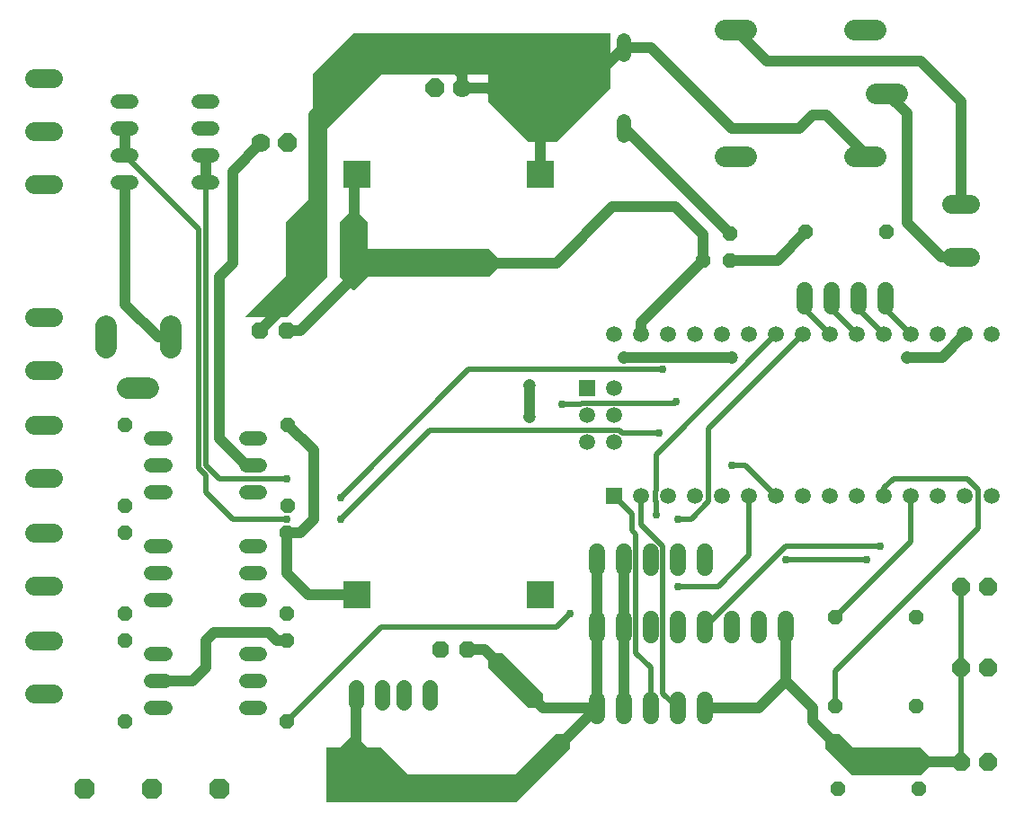
<source format=gbr>
G04 EAGLE Gerber X2 export*
%TF.Part,Single*%
%TF.FileFunction,Copper,L1,Top,Mixed*%
%TF.FilePolarity,Positive*%
%TF.GenerationSoftware,Autodesk,EAGLE,8.7.0*%
%TF.CreationDate,2018-11-07T22:53:50Z*%
G75*
%MOMM*%
%FSLAX34Y34*%
%LPD*%
%AMOC8*
5,1,8,0,0,1.08239X$1,22.5*%
G01*
%ADD10P,2.089446X8X112.500000*%
%ADD11C,1.790700*%
%ADD12P,1.924489X8X22.500000*%
%ADD13C,1.778000*%
%ADD14P,1.732040X8X202.500000*%
%ADD15P,1.924489X8X202.500000*%
%ADD16P,1.732040X8X22.500000*%
%ADD17C,1.320800*%
%ADD18C,1.981200*%
%ADD19P,1.814519X8X202.500000*%
%ADD20R,1.508000X1.508000*%
%ADD21C,1.508000*%
%ADD22P,1.429621X8X112.500000*%
%ADD23P,1.429621X8X202.500000*%
%ADD24P,1.429621X8X292.500000*%
%ADD25P,1.429621X8X22.500000*%
%ADD26R,2.500000X2.500000*%
%ADD27C,1.458000*%
%ADD28C,2.000000*%
%ADD29C,1.524000*%
%ADD30C,1.016000*%
%ADD31C,0.508000*%
%ADD32C,0.756400*%
%ADD33C,1.206400*%

G36*
X342826Y736963D02*
X342826Y736963D01*
X342751Y736950D01*
X342741Y736943D01*
X342731Y736941D01*
X342702Y736917D01*
X342631Y736869D01*
X304531Y698769D01*
X304491Y698704D01*
X304447Y698642D01*
X304445Y698630D01*
X304440Y698622D01*
X304436Y698585D01*
X304420Y698500D01*
X304420Y584358D01*
X279131Y559069D01*
X279091Y559004D01*
X279047Y558942D01*
X279045Y558930D01*
X279040Y558922D01*
X279036Y558885D01*
X279020Y558800D01*
X279020Y508158D01*
X241031Y470169D01*
X241018Y470147D01*
X240998Y470131D01*
X240972Y470074D01*
X240940Y470022D01*
X240937Y469996D01*
X240927Y469972D01*
X240929Y469911D01*
X240923Y469849D01*
X240932Y469825D01*
X240933Y469799D01*
X240963Y469745D01*
X240985Y469687D01*
X241004Y469670D01*
X241016Y469647D01*
X241067Y469612D01*
X241112Y469570D01*
X241137Y469562D01*
X241158Y469547D01*
X241242Y469531D01*
X241278Y469520D01*
X241288Y469522D01*
X241300Y469520D01*
X279400Y469520D01*
X279474Y469537D01*
X279549Y469550D01*
X279559Y469557D01*
X279569Y469559D01*
X279598Y469583D01*
X279669Y469631D01*
X317769Y507731D01*
X317809Y507796D01*
X317853Y507858D01*
X317855Y507870D01*
X317860Y507878D01*
X317864Y507915D01*
X317880Y508000D01*
X317880Y647543D01*
X368458Y698120D01*
X469520Y698120D01*
X469520Y673100D01*
X469537Y673026D01*
X469550Y672951D01*
X469557Y672941D01*
X469559Y672931D01*
X469583Y672902D01*
X469631Y672831D01*
X507731Y634731D01*
X507796Y634691D01*
X507858Y634647D01*
X507870Y634645D01*
X507878Y634640D01*
X507915Y634636D01*
X508000Y634620D01*
X533400Y634620D01*
X533474Y634637D01*
X533549Y634650D01*
X533559Y634657D01*
X533569Y634659D01*
X533598Y634683D01*
X533669Y634731D01*
X584469Y685531D01*
X584509Y685596D01*
X584553Y685658D01*
X584555Y685670D01*
X584560Y685678D01*
X584564Y685715D01*
X584580Y685800D01*
X584580Y736600D01*
X584569Y736650D01*
X584567Y736701D01*
X584549Y736733D01*
X584541Y736769D01*
X584508Y736808D01*
X584484Y736853D01*
X584454Y736874D01*
X584431Y736902D01*
X584384Y736923D01*
X584342Y736953D01*
X584300Y736961D01*
X584272Y736973D01*
X584242Y736972D01*
X584200Y736980D01*
X342900Y736980D01*
X342826Y736963D01*
G37*
G36*
X495374Y12337D02*
X495374Y12337D01*
X495449Y12350D01*
X495459Y12357D01*
X495469Y12359D01*
X495498Y12383D01*
X495569Y12431D01*
X546369Y63231D01*
X546409Y63296D01*
X546453Y63358D01*
X546455Y63370D01*
X546460Y63378D01*
X546464Y63415D01*
X546480Y63500D01*
X546480Y76200D01*
X546469Y76250D01*
X546467Y76301D01*
X546449Y76333D01*
X546441Y76369D01*
X546408Y76408D01*
X546384Y76453D01*
X546354Y76474D01*
X546331Y76502D01*
X546284Y76523D01*
X546242Y76553D01*
X546200Y76561D01*
X546172Y76573D01*
X546142Y76572D01*
X546100Y76580D01*
X533400Y76580D01*
X533326Y76563D01*
X533251Y76550D01*
X533241Y76543D01*
X533231Y76541D01*
X533202Y76517D01*
X533131Y76469D01*
X495143Y38480D01*
X393858Y38480D01*
X368569Y63769D01*
X368504Y63809D01*
X368442Y63853D01*
X368430Y63855D01*
X368422Y63860D01*
X368385Y63864D01*
X368300Y63880D01*
X355758Y63880D01*
X343169Y76469D01*
X343126Y76496D01*
X343088Y76530D01*
X343053Y76541D01*
X343022Y76560D01*
X342971Y76565D01*
X342922Y76580D01*
X342886Y76573D01*
X342849Y76577D01*
X342802Y76559D01*
X342751Y76550D01*
X342716Y76526D01*
X342687Y76515D01*
X342666Y76493D01*
X342631Y76469D01*
X330043Y63880D01*
X317500Y63880D01*
X317450Y63869D01*
X317399Y63867D01*
X317367Y63849D01*
X317331Y63841D01*
X317292Y63808D01*
X317247Y63784D01*
X317226Y63754D01*
X317198Y63731D01*
X317177Y63684D01*
X317147Y63642D01*
X317139Y63600D01*
X317127Y63572D01*
X317128Y63542D01*
X317120Y63500D01*
X317120Y12700D01*
X317131Y12650D01*
X317133Y12599D01*
X317151Y12567D01*
X317159Y12531D01*
X317192Y12492D01*
X317216Y12447D01*
X317246Y12426D01*
X317269Y12398D01*
X317316Y12377D01*
X317358Y12347D01*
X317400Y12339D01*
X317428Y12327D01*
X317458Y12328D01*
X317500Y12320D01*
X495300Y12320D01*
X495374Y12337D01*
G37*
G36*
X342914Y494927D02*
X342914Y494927D01*
X342951Y494923D01*
X342999Y494941D01*
X343049Y494950D01*
X343084Y494974D01*
X343113Y494985D01*
X343134Y495007D01*
X343169Y495031D01*
X355758Y507620D01*
X469900Y507620D01*
X469974Y507637D01*
X470049Y507650D01*
X470059Y507657D01*
X470069Y507659D01*
X470098Y507683D01*
X470169Y507731D01*
X482869Y520431D01*
X482896Y520474D01*
X482930Y520512D01*
X482941Y520547D01*
X482960Y520578D01*
X482965Y520629D01*
X482980Y520678D01*
X482973Y520714D01*
X482977Y520751D01*
X482959Y520799D01*
X482950Y520849D01*
X482926Y520884D01*
X482915Y520913D01*
X482893Y520934D01*
X482869Y520969D01*
X470169Y533669D01*
X470104Y533709D01*
X470042Y533753D01*
X470030Y533755D01*
X470022Y533760D01*
X469985Y533764D01*
X469900Y533780D01*
X355980Y533780D01*
X355980Y558800D01*
X355967Y558858D01*
X355965Y558902D01*
X355955Y558921D01*
X355950Y558949D01*
X355943Y558959D01*
X355941Y558969D01*
X355917Y558998D01*
X355898Y559026D01*
X355882Y559055D01*
X355875Y559060D01*
X355869Y559069D01*
X343169Y571769D01*
X343126Y571796D01*
X343088Y571830D01*
X343053Y571841D01*
X343022Y571860D01*
X342971Y571865D01*
X342922Y571880D01*
X342886Y571873D01*
X342849Y571877D01*
X342802Y571859D01*
X342751Y571850D01*
X342716Y571826D01*
X342687Y571815D01*
X342666Y571793D01*
X342631Y571769D01*
X329931Y559069D01*
X329918Y559048D01*
X329899Y559032D01*
X329879Y558988D01*
X329847Y558942D01*
X329845Y558930D01*
X329840Y558922D01*
X329837Y558893D01*
X329828Y558874D01*
X329829Y558850D01*
X329820Y558800D01*
X329820Y508000D01*
X329837Y507926D01*
X329850Y507851D01*
X329857Y507841D01*
X329859Y507831D01*
X329883Y507802D01*
X329931Y507731D01*
X342631Y495031D01*
X342674Y495004D01*
X342712Y494970D01*
X342747Y494959D01*
X342778Y494940D01*
X342829Y494935D01*
X342878Y494920D01*
X342914Y494927D01*
G37*
G36*
X876374Y37737D02*
X876374Y37737D01*
X876449Y37750D01*
X876459Y37757D01*
X876469Y37759D01*
X876498Y37783D01*
X876569Y37831D01*
X889269Y50531D01*
X889296Y50574D01*
X889330Y50612D01*
X889341Y50647D01*
X889360Y50678D01*
X889365Y50729D01*
X889380Y50778D01*
X889373Y50814D01*
X889377Y50851D01*
X889359Y50899D01*
X889350Y50949D01*
X889326Y50984D01*
X889315Y51013D01*
X889293Y51034D01*
X889269Y51069D01*
X876569Y63769D01*
X876504Y63809D01*
X876442Y63853D01*
X876430Y63855D01*
X876422Y63860D01*
X876385Y63864D01*
X876300Y63880D01*
X812958Y63880D01*
X800369Y76469D01*
X800304Y76509D01*
X800242Y76553D01*
X800230Y76555D01*
X800222Y76560D01*
X800185Y76564D01*
X800100Y76580D01*
X787400Y76580D01*
X787350Y76569D01*
X787299Y76567D01*
X787267Y76549D01*
X787231Y76541D01*
X787192Y76508D01*
X787147Y76484D01*
X787126Y76454D01*
X787098Y76431D01*
X787077Y76384D01*
X787047Y76342D01*
X787039Y76300D01*
X787027Y76272D01*
X787028Y76242D01*
X787020Y76200D01*
X787020Y63500D01*
X787037Y63426D01*
X787050Y63351D01*
X787057Y63341D01*
X787059Y63331D01*
X787083Y63302D01*
X787131Y63231D01*
X812531Y37831D01*
X812596Y37791D01*
X812658Y37747D01*
X812670Y37745D01*
X812678Y37740D01*
X812715Y37736D01*
X812800Y37720D01*
X876300Y37720D01*
X876374Y37737D01*
G37*
G36*
X520750Y101231D02*
X520750Y101231D01*
X520801Y101233D01*
X520833Y101251D01*
X520869Y101259D01*
X520908Y101292D01*
X520953Y101316D01*
X520974Y101346D01*
X521002Y101369D01*
X521023Y101416D01*
X521053Y101458D01*
X521061Y101500D01*
X521073Y101528D01*
X521072Y101558D01*
X521080Y101600D01*
X521080Y114300D01*
X521063Y114374D01*
X521050Y114449D01*
X521043Y114459D01*
X521041Y114469D01*
X521017Y114498D01*
X520969Y114569D01*
X482869Y152669D01*
X482804Y152709D01*
X482742Y152753D01*
X482730Y152755D01*
X482722Y152760D01*
X482685Y152764D01*
X482600Y152780D01*
X469900Y152780D01*
X469850Y152769D01*
X469799Y152767D01*
X469767Y152749D01*
X469731Y152741D01*
X469692Y152708D01*
X469647Y152684D01*
X469626Y152654D01*
X469598Y152631D01*
X469577Y152584D01*
X469547Y152542D01*
X469539Y152500D01*
X469527Y152472D01*
X469528Y152442D01*
X469520Y152400D01*
X469520Y139700D01*
X469537Y139626D01*
X469550Y139551D01*
X469557Y139541D01*
X469559Y139531D01*
X469583Y139502D01*
X469631Y139431D01*
X507731Y101331D01*
X507796Y101291D01*
X507858Y101247D01*
X507870Y101245D01*
X507878Y101240D01*
X507915Y101236D01*
X508000Y101220D01*
X520700Y101220D01*
X520750Y101231D01*
G37*
D10*
X88900Y25400D03*
X215900Y25400D03*
D11*
X59754Y266300D02*
X41847Y266300D01*
X41847Y216300D02*
X59754Y216300D01*
D12*
X280670Y633730D03*
D13*
X255270Y633730D03*
D14*
X449580Y156210D03*
X424180Y156210D03*
D15*
X419100Y685800D03*
D13*
X444500Y685800D03*
D16*
X254000Y457200D03*
X279400Y457200D03*
D11*
X59754Y367900D02*
X41847Y367900D01*
X41847Y317900D02*
X59754Y317900D01*
D17*
X596900Y717296D02*
X596900Y730504D01*
X596900Y654304D02*
X596900Y641096D01*
D10*
X152400Y25400D03*
D18*
X834644Y680720D02*
X854456Y680720D01*
X834136Y740410D02*
X814324Y740410D01*
X814324Y621030D02*
X834136Y621030D01*
X712216Y621030D02*
X692404Y621030D01*
X692404Y740410D02*
X712216Y740410D01*
D19*
X939800Y50800D03*
X914400Y50800D03*
X939800Y139700D03*
X914400Y139700D03*
X939800Y215900D03*
X914400Y215900D03*
D11*
X923354Y526180D02*
X905447Y526180D01*
X905447Y576180D02*
X923354Y576180D01*
D20*
X588010Y300990D03*
D21*
X613410Y300990D03*
X638810Y300990D03*
X664210Y300990D03*
X689610Y300990D03*
X715010Y300990D03*
X740410Y300990D03*
X765810Y300990D03*
X791210Y300990D03*
X816610Y300990D03*
X842010Y300990D03*
X867410Y300990D03*
X588010Y453390D03*
X613410Y453390D03*
X638810Y453390D03*
X664210Y453390D03*
X689610Y453390D03*
X715010Y453390D03*
X765810Y453390D03*
X791210Y453390D03*
X842010Y453390D03*
X867410Y453390D03*
X816610Y453390D03*
X740410Y453390D03*
X892810Y300990D03*
X918210Y300990D03*
X943610Y300990D03*
X892810Y453390D03*
X918210Y453390D03*
X943610Y453390D03*
D20*
X562610Y402590D03*
D21*
X588010Y402590D03*
X562610Y377190D03*
X588010Y377190D03*
X562610Y351790D03*
X588010Y351790D03*
D17*
X165100Y152400D02*
X151892Y152400D01*
X151892Y127000D02*
X165100Y127000D01*
X241300Y127000D02*
X254508Y127000D01*
X254508Y152400D02*
X241300Y152400D01*
X165100Y101600D02*
X151892Y101600D01*
X241300Y101600D02*
X254508Y101600D01*
X165100Y254000D02*
X151892Y254000D01*
X151892Y228600D02*
X165100Y228600D01*
X241300Y228600D02*
X254508Y228600D01*
X254508Y254000D02*
X241300Y254000D01*
X165100Y203200D02*
X151892Y203200D01*
X241300Y203200D02*
X254508Y203200D01*
X165100Y355600D02*
X151892Y355600D01*
X151892Y330200D02*
X165100Y330200D01*
X241300Y330200D02*
X254508Y330200D01*
X254508Y355600D02*
X241300Y355600D01*
X165100Y304800D02*
X151892Y304800D01*
X241300Y304800D02*
X254508Y304800D01*
D11*
X59754Y419500D02*
X41847Y419500D01*
X41847Y469500D02*
X59754Y469500D01*
D22*
X127000Y88900D03*
X127000Y165100D03*
D23*
X872490Y186690D03*
X796290Y186690D03*
D24*
X279400Y165100D03*
X279400Y88900D03*
D22*
X127000Y190500D03*
X127000Y266700D03*
D24*
X279400Y266700D03*
X279400Y190500D03*
D22*
X127000Y292100D03*
X127000Y368300D03*
D24*
X280670Y368300D03*
X280670Y292100D03*
D23*
X844550Y549910D03*
X768350Y549910D03*
X875030Y25400D03*
X798830Y25400D03*
X872490Y102870D03*
X796290Y102870D03*
D11*
X59754Y164700D02*
X41847Y164700D01*
X41847Y114700D02*
X59754Y114700D01*
D25*
X671830Y523240D03*
X697230Y523240D03*
X697230Y548640D03*
D26*
X518160Y604520D03*
X345440Y604520D03*
X345440Y208280D03*
X518160Y208280D03*
D17*
X209804Y596900D02*
X196596Y596900D01*
X196596Y622300D02*
X209804Y622300D01*
X133604Y622300D02*
X120396Y622300D01*
X120396Y596900D02*
X133604Y596900D01*
X196596Y647700D02*
X209804Y647700D01*
X209804Y673100D02*
X196596Y673100D01*
X133604Y647700D02*
X120396Y647700D01*
X120396Y673100D02*
X133604Y673100D01*
D27*
X369730Y120750D02*
X369730Y106170D01*
X389730Y106170D02*
X389730Y120750D01*
X344730Y120750D02*
X344730Y106170D01*
X414730Y106170D02*
X414730Y120750D01*
D11*
X59554Y695160D02*
X41647Y695160D01*
X41647Y645160D02*
X59554Y645160D01*
X59554Y595160D02*
X41647Y595160D01*
D28*
X170700Y460850D02*
X170700Y440850D01*
X109700Y440850D02*
X109700Y460850D01*
X129700Y402850D02*
X149700Y402850D01*
D29*
X673100Y248920D02*
X673100Y233680D01*
X647700Y233680D02*
X647700Y248920D01*
X622300Y248920D02*
X622300Y233680D01*
X596900Y233680D02*
X596900Y248920D01*
X571500Y248920D02*
X571500Y233680D01*
X749300Y185420D02*
X749300Y170180D01*
X723900Y170180D02*
X723900Y185420D01*
X698500Y185420D02*
X698500Y170180D01*
X673100Y170180D02*
X673100Y185420D01*
X647700Y185420D02*
X647700Y170180D01*
X622300Y170180D02*
X622300Y185420D01*
X596900Y185420D02*
X596900Y170180D01*
X571500Y170180D02*
X571500Y185420D01*
X673100Y109220D02*
X673100Y93980D01*
X647700Y93980D02*
X647700Y109220D01*
X622300Y109220D02*
X622300Y93980D01*
X596900Y93980D02*
X596900Y109220D01*
X571500Y109220D02*
X571500Y93980D01*
X843280Y480060D02*
X843280Y495300D01*
X817880Y495300D02*
X817880Y480060D01*
X792480Y480060D02*
X792480Y495300D01*
X767080Y495300D02*
X767080Y480060D01*
D30*
X127000Y481850D02*
X127000Y596900D01*
X444500Y685800D02*
X469900Y685800D01*
X518160Y637540D01*
X518160Y604520D01*
X304800Y508000D02*
X254000Y457200D01*
X304800Y660400D02*
X355600Y711200D01*
X431800Y711200D01*
X444500Y698500D01*
X444500Y685800D01*
X304800Y660400D02*
X304800Y508000D01*
X518160Y645160D02*
X596900Y723900D01*
X518160Y645160D02*
X518160Y604520D01*
X596900Y723900D02*
X622300Y723900D01*
X698500Y647700D01*
X762000Y647700D01*
X774700Y660400D01*
X787400Y660400D01*
X825500Y622300D01*
X824230Y621030D01*
X127750Y481850D02*
X127000Y481850D01*
X158750Y450850D02*
X170700Y450850D01*
X158750Y450850D02*
X127750Y481850D01*
X270510Y165100D02*
X279400Y165100D01*
X270510Y165100D02*
X262890Y172720D01*
X210820Y172720D01*
X203200Y165100D01*
X203200Y139700D01*
X190500Y127000D01*
X165100Y127000D01*
X279400Y228600D02*
X279400Y266700D01*
X279400Y228600D02*
X299720Y208280D01*
X345440Y208280D01*
X304800Y344170D02*
X280670Y368300D01*
X304800Y344170D02*
X304800Y279400D01*
X292100Y266700D01*
X279400Y266700D01*
X279400Y457200D02*
X292100Y457200D01*
X342900Y508000D01*
X342900Y520700D01*
X342900Y596900D01*
D31*
X914400Y215900D02*
X914400Y139700D01*
X914400Y50800D01*
D30*
X749300Y127000D02*
X749300Y177800D01*
X749300Y127000D02*
X723900Y101600D01*
X749300Y127000D02*
X774700Y101600D01*
X774700Y88900D01*
X812800Y50800D01*
X914400Y50800D01*
X613410Y453390D02*
X613410Y464820D01*
X671830Y523240D01*
X533400Y520700D02*
X342900Y520700D01*
X673100Y101600D02*
X723900Y101600D01*
X671830Y523240D02*
X671830Y547370D01*
X645480Y573720D02*
X586420Y573720D01*
X533400Y520700D01*
X645480Y573720D02*
X671830Y547370D01*
X344730Y113460D02*
X344730Y61670D01*
X381000Y25400D01*
X495300Y25400D02*
X571500Y101600D01*
X495300Y25400D02*
X381000Y25400D01*
X520700Y101600D02*
X571500Y101600D01*
X466090Y156210D02*
X449580Y156210D01*
X466090Y156210D02*
X520700Y101600D01*
X571500Y177800D02*
X571500Y241300D01*
X571500Y177800D02*
X571500Y101600D01*
X228600Y607060D02*
X255270Y633730D01*
X228600Y520700D02*
X215900Y508000D01*
X215900Y355600D01*
X241300Y330200D01*
X228600Y520700D02*
X228600Y607060D01*
D31*
X571500Y101600D02*
X571500Y88900D01*
X740410Y300990D02*
X711200Y330200D01*
X698500Y330200D01*
D32*
X698500Y330200D03*
X633730Y420370D03*
D31*
X450850Y420370D01*
X330200Y299720D01*
D32*
X330200Y299720D03*
D30*
X203200Y596900D02*
X203200Y622300D01*
D31*
X203200Y596900D02*
X203200Y330200D01*
X215900Y317500D01*
X279400Y317500D01*
D32*
X279400Y317500D03*
X538480Y387350D03*
X646430Y389890D03*
D31*
X556359Y387350D02*
X538480Y387350D01*
X556359Y387350D02*
X557803Y388794D01*
X645334Y388794D02*
X646430Y389890D01*
X645334Y388794D02*
X557803Y388794D01*
D30*
X127000Y622300D02*
X127000Y647700D01*
D31*
X196596Y552704D02*
X196596Y327465D01*
X203200Y320861D02*
X203200Y304800D01*
X203200Y320861D02*
X196596Y327465D01*
X196596Y552704D02*
X127000Y622300D01*
X203200Y304800D02*
X228600Y279400D01*
X279400Y279400D01*
D32*
X279400Y279400D03*
X629920Y360680D03*
X330200Y279400D03*
D31*
X595531Y360680D02*
X629920Y360680D01*
X595531Y360680D02*
X592817Y363394D01*
X414194Y363394D01*
X330200Y279400D01*
X368300Y177800D02*
X279400Y88900D01*
X368300Y177800D02*
X533400Y177800D01*
X546100Y190500D01*
D32*
X546100Y190500D03*
X647700Y215900D03*
D31*
X685800Y215900D01*
X715010Y245110D01*
X715010Y300990D01*
D30*
X697230Y548640D02*
X598170Y647700D01*
X596900Y647700D01*
X697230Y523240D02*
X741680Y523240D01*
X768350Y549910D01*
X914400Y576180D02*
X914400Y673100D01*
X731520Y711200D02*
X702310Y740410D01*
X876300Y711200D02*
X914400Y673100D01*
X876300Y711200D02*
X731520Y711200D01*
X896220Y526180D02*
X914400Y526180D01*
X896220Y526180D02*
X863600Y558800D01*
X863600Y661670D01*
X844550Y680720D01*
D31*
X842010Y308610D02*
X842010Y300990D01*
X842010Y308610D02*
X850900Y317500D01*
X920750Y317500D02*
X930910Y307340D01*
X930910Y270510D01*
X796290Y135890D02*
X796290Y102870D01*
X850900Y317500D02*
X920750Y317500D01*
X930910Y270510D02*
X796290Y135890D01*
X796290Y186690D02*
X867410Y257810D01*
X867410Y300990D01*
D30*
X596900Y177800D02*
X596900Y101600D01*
X596900Y177800D02*
X596900Y241300D01*
D33*
X508000Y375920D03*
D30*
X508000Y405130D01*
D33*
X508000Y405130D03*
X596900Y431800D03*
D30*
X698500Y431800D01*
D33*
X698500Y431800D03*
X863600Y431800D03*
D30*
X896620Y431800D01*
X918210Y453390D01*
D31*
X740410Y453390D02*
X627380Y340360D01*
D32*
X627380Y283210D03*
D31*
X627206Y305797D02*
X627380Y305971D01*
X627206Y305797D02*
X627206Y296183D01*
X627380Y296009D01*
X627380Y283210D01*
X627380Y305971D02*
X627380Y340360D01*
D32*
X647700Y279400D03*
D31*
X676910Y364490D02*
X765810Y453390D01*
X676910Y364490D02*
X676910Y295910D01*
X660400Y279400D02*
X647700Y279400D01*
X660400Y279400D02*
X676910Y295910D01*
X749300Y254000D02*
X673100Y177800D01*
X749300Y254000D02*
X838200Y254000D01*
D32*
X838200Y254000D03*
X749300Y241300D03*
D31*
X825500Y241300D01*
D32*
X825500Y241300D03*
D31*
X622300Y139700D02*
X622300Y101600D01*
X622300Y139700D02*
X608584Y153416D01*
X604520Y284480D02*
X588010Y300990D01*
X604520Y284480D02*
X604520Y269240D01*
X608584Y265176D01*
X608584Y153416D01*
X613410Y274334D02*
X613410Y300990D01*
X613410Y274334D02*
X633984Y253760D01*
X633984Y115316D02*
X647700Y101600D01*
X633984Y115316D02*
X633984Y253760D01*
X843280Y477520D02*
X867410Y453390D01*
X843280Y477520D02*
X843280Y487680D01*
X817880Y477520D02*
X842010Y453390D01*
X817880Y477520D02*
X817880Y487680D01*
X792480Y487680D02*
X792480Y477520D01*
X816610Y453390D01*
X767080Y477520D02*
X767080Y487680D01*
X767080Y477520D02*
X791210Y453390D01*
M02*

</source>
